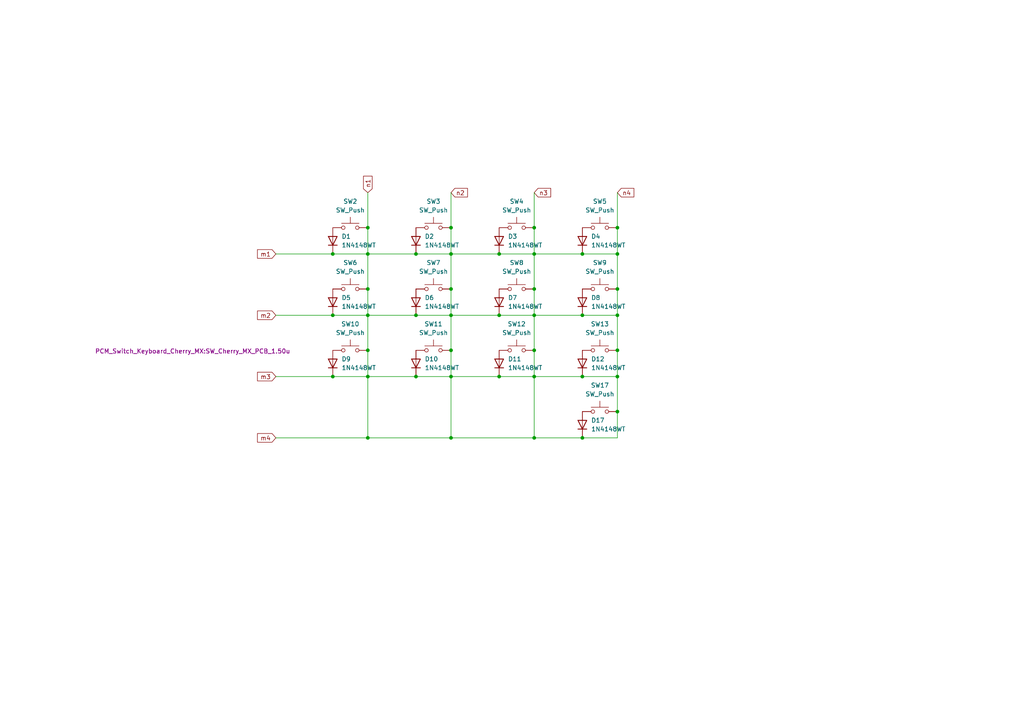
<source format=kicad_sch>
(kicad_sch
	(version 20250114)
	(generator "eeschema")
	(generator_version "9.0")
	(uuid "cc4f64e2-9575-435e-8a76-9d09bbe1cfab")
	(paper "A4")
	(lib_symbols
		(symbol "Diode:1N4148WT"
			(pin_numbers
				(hide yes)
			)
			(pin_names
				(hide yes)
			)
			(exclude_from_sim no)
			(in_bom yes)
			(on_board yes)
			(property "Reference" "D"
				(at 0 2.54 0)
				(effects
					(font
						(size 1.27 1.27)
					)
				)
			)
			(property "Value" "1N4148WT"
				(at 0 -2.54 0)
				(effects
					(font
						(size 1.27 1.27)
					)
				)
			)
			(property "Footprint" "Diode_SMD:D_SOD-523"
				(at 0 -4.445 0)
				(effects
					(font
						(size 1.27 1.27)
					)
					(hide yes)
				)
			)
			(property "Datasheet" "https://www.diodes.com/assets/Datasheets/ds30396.pdf"
				(at 0 0 0)
				(effects
					(font
						(size 1.27 1.27)
					)
					(hide yes)
				)
			)
			(property "Description" "75V 0.15A Fast switching Diode, SOD-523"
				(at 0 0 0)
				(effects
					(font
						(size 1.27 1.27)
					)
					(hide yes)
				)
			)
			(property "Sim.Device" "D"
				(at 0 0 0)
				(effects
					(font
						(size 1.27 1.27)
					)
					(hide yes)
				)
			)
			(property "Sim.Pins" "1=K 2=A"
				(at 0 0 0)
				(effects
					(font
						(size 1.27 1.27)
					)
					(hide yes)
				)
			)
			(property "ki_keywords" "diode"
				(at 0 0 0)
				(effects
					(font
						(size 1.27 1.27)
					)
					(hide yes)
				)
			)
			(property "ki_fp_filters" "D*SOD?523*"
				(at 0 0 0)
				(effects
					(font
						(size 1.27 1.27)
					)
					(hide yes)
				)
			)
			(symbol "1N4148WT_0_1"
				(polyline
					(pts
						(xy -1.27 1.27) (xy -1.27 -1.27)
					)
					(stroke
						(width 0.254)
						(type default)
					)
					(fill
						(type none)
					)
				)
				(polyline
					(pts
						(xy 1.27 1.27) (xy 1.27 -1.27) (xy -1.27 0) (xy 1.27 1.27)
					)
					(stroke
						(width 0.254)
						(type default)
					)
					(fill
						(type none)
					)
				)
				(polyline
					(pts
						(xy 1.27 0) (xy -1.27 0)
					)
					(stroke
						(width 0)
						(type default)
					)
					(fill
						(type none)
					)
				)
			)
			(symbol "1N4148WT_1_1"
				(pin passive line
					(at -3.81 0 0)
					(length 2.54)
					(name "K"
						(effects
							(font
								(size 1.27 1.27)
							)
						)
					)
					(number "1"
						(effects
							(font
								(size 1.27 1.27)
							)
						)
					)
				)
				(pin passive line
					(at 3.81 0 180)
					(length 2.54)
					(name "A"
						(effects
							(font
								(size 1.27 1.27)
							)
						)
					)
					(number "2"
						(effects
							(font
								(size 1.27 1.27)
							)
						)
					)
				)
			)
			(embedded_fonts no)
		)
		(symbol "Switch:SW_Push"
			(pin_numbers
				(hide yes)
			)
			(pin_names
				(offset 1.016)
				(hide yes)
			)
			(exclude_from_sim no)
			(in_bom yes)
			(on_board yes)
			(property "Reference" "SW"
				(at 1.27 2.54 0)
				(effects
					(font
						(size 1.27 1.27)
					)
					(justify left)
				)
			)
			(property "Value" "SW_Push"
				(at 0 -1.524 0)
				(effects
					(font
						(size 1.27 1.27)
					)
				)
			)
			(property "Footprint" ""
				(at 0 5.08 0)
				(effects
					(font
						(size 1.27 1.27)
					)
					(hide yes)
				)
			)
			(property "Datasheet" "~"
				(at 0 5.08 0)
				(effects
					(font
						(size 1.27 1.27)
					)
					(hide yes)
				)
			)
			(property "Description" "Push button switch, generic, two pins"
				(at 0 0 0)
				(effects
					(font
						(size 1.27 1.27)
					)
					(hide yes)
				)
			)
			(property "ki_keywords" "switch normally-open pushbutton push-button"
				(at 0 0 0)
				(effects
					(font
						(size 1.27 1.27)
					)
					(hide yes)
				)
			)
			(symbol "SW_Push_0_1"
				(circle
					(center -2.032 0)
					(radius 0.508)
					(stroke
						(width 0)
						(type default)
					)
					(fill
						(type none)
					)
				)
				(polyline
					(pts
						(xy 0 1.27) (xy 0 3.048)
					)
					(stroke
						(width 0)
						(type default)
					)
					(fill
						(type none)
					)
				)
				(circle
					(center 2.032 0)
					(radius 0.508)
					(stroke
						(width 0)
						(type default)
					)
					(fill
						(type none)
					)
				)
				(polyline
					(pts
						(xy 2.54 1.27) (xy -2.54 1.27)
					)
					(stroke
						(width 0)
						(type default)
					)
					(fill
						(type none)
					)
				)
				(pin passive line
					(at -5.08 0 0)
					(length 2.54)
					(name "1"
						(effects
							(font
								(size 1.27 1.27)
							)
						)
					)
					(number "1"
						(effects
							(font
								(size 1.27 1.27)
							)
						)
					)
				)
				(pin passive line
					(at 5.08 0 180)
					(length 2.54)
					(name "2"
						(effects
							(font
								(size 1.27 1.27)
							)
						)
					)
					(number "2"
						(effects
							(font
								(size 1.27 1.27)
							)
						)
					)
				)
			)
			(embedded_fonts no)
		)
	)
	(junction
		(at 130.81 127)
		(diameter 0)
		(color 0 0 0 0)
		(uuid "01014317-adf2-413d-8069-eaba31770cbe")
	)
	(junction
		(at 106.68 73.66)
		(diameter 0)
		(color 0 0 0 0)
		(uuid "02dd5121-4d97-4ef9-ae7b-f851f96c5eaf")
	)
	(junction
		(at 120.65 91.44)
		(diameter 0)
		(color 0 0 0 0)
		(uuid "0cc5dc45-bcb1-408e-a04b-bd3d57b4f337")
	)
	(junction
		(at 106.68 109.22)
		(diameter 0)
		(color 0 0 0 0)
		(uuid "1669026a-0f76-429b-b031-08b6846dbde2")
	)
	(junction
		(at 154.94 127)
		(diameter 0)
		(color 0 0 0 0)
		(uuid "1aa7aa00-7784-47e8-96ef-cd4b8638f742")
	)
	(junction
		(at 144.78 73.66)
		(diameter 0)
		(color 0 0 0 0)
		(uuid "279785f4-07aa-45dd-acd4-46a9a9a5aa05")
	)
	(junction
		(at 154.94 83.82)
		(diameter 0)
		(color 0 0 0 0)
		(uuid "2fce36a3-c5d4-4b18-92b9-22fd9a1d46c6")
	)
	(junction
		(at 179.07 73.66)
		(diameter 0)
		(color 0 0 0 0)
		(uuid "351110df-1f48-4f9b-a101-03ecf5601851")
	)
	(junction
		(at 130.81 83.82)
		(diameter 0)
		(color 0 0 0 0)
		(uuid "3d8cd379-58c0-43b1-b207-9baca1f3d34f")
	)
	(junction
		(at 179.07 66.04)
		(diameter 0)
		(color 0 0 0 0)
		(uuid "56be74f4-baab-4b1d-bb78-ec328d33cb6f")
	)
	(junction
		(at 96.52 109.22)
		(diameter 0)
		(color 0 0 0 0)
		(uuid "58f81974-7ae3-4602-8821-f55b1f912727")
	)
	(junction
		(at 168.91 109.22)
		(diameter 0)
		(color 0 0 0 0)
		(uuid "6ae20e6c-de2c-419b-b1c9-68a0c3bac66e")
	)
	(junction
		(at 154.94 91.44)
		(diameter 0)
		(color 0 0 0 0)
		(uuid "6cdba865-a847-44c5-b395-d5cdde560d5a")
	)
	(junction
		(at 130.81 109.22)
		(diameter 0)
		(color 0 0 0 0)
		(uuid "705d966d-2731-4ff6-8f82-4a9922dc01b7")
	)
	(junction
		(at 154.94 73.66)
		(diameter 0)
		(color 0 0 0 0)
		(uuid "725853d9-2685-4529-836c-55781357b80b")
	)
	(junction
		(at 154.94 66.04)
		(diameter 0)
		(color 0 0 0 0)
		(uuid "7e268629-74ce-4fe4-89d0-5283865194f0")
	)
	(junction
		(at 179.07 83.82)
		(diameter 0)
		(color 0 0 0 0)
		(uuid "865d8b77-b06b-49be-bb2e-9d4cfd44c32c")
	)
	(junction
		(at 130.81 73.66)
		(diameter 0)
		(color 0 0 0 0)
		(uuid "8a78205b-74f0-433b-8abb-67b01456fe5a")
	)
	(junction
		(at 120.65 73.66)
		(diameter 0)
		(color 0 0 0 0)
		(uuid "982c9d2d-8219-49a5-914f-afbfc10fa0a5")
	)
	(junction
		(at 144.78 91.44)
		(diameter 0)
		(color 0 0 0 0)
		(uuid "9c1fc2bb-15d9-4e3a-ad85-c91bca117f31")
	)
	(junction
		(at 154.94 109.22)
		(diameter 0)
		(color 0 0 0 0)
		(uuid "a85da873-b6de-469f-9694-2e0338eb053c")
	)
	(junction
		(at 168.91 127)
		(diameter 0)
		(color 0 0 0 0)
		(uuid "a8f10d68-b03c-4138-a138-1f8af79ecd69")
	)
	(junction
		(at 120.65 109.22)
		(diameter 0)
		(color 0 0 0 0)
		(uuid "ac2fc157-c657-4387-9fd3-26fd62c22166")
	)
	(junction
		(at 179.07 91.44)
		(diameter 0)
		(color 0 0 0 0)
		(uuid "ae3f819d-e1db-439b-8489-1357ae0e5a96")
	)
	(junction
		(at 130.81 66.04)
		(diameter 0)
		(color 0 0 0 0)
		(uuid "af1b00b8-a8bb-47df-a413-9aa72bac4116")
	)
	(junction
		(at 179.07 119.38)
		(diameter 0)
		(color 0 0 0 0)
		(uuid "b5393b7b-3774-4b26-85d3-a7dd7d1985db")
	)
	(junction
		(at 96.52 91.44)
		(diameter 0)
		(color 0 0 0 0)
		(uuid "bb034e2a-4baa-405d-9757-84b5be94f763")
	)
	(junction
		(at 168.91 73.66)
		(diameter 0)
		(color 0 0 0 0)
		(uuid "c0bde3ed-bfda-4c24-a1d5-5fe97a07beb6")
	)
	(junction
		(at 144.78 109.22)
		(diameter 0)
		(color 0 0 0 0)
		(uuid "c47d1f2a-3563-498e-ba3a-1f18715aa4a9")
	)
	(junction
		(at 106.68 91.44)
		(diameter 0)
		(color 0 0 0 0)
		(uuid "d20227d6-5143-4555-a708-1981d4deb101")
	)
	(junction
		(at 130.81 91.44)
		(diameter 0)
		(color 0 0 0 0)
		(uuid "d9041030-fc93-4b9d-ac5a-310a5b7f54fe")
	)
	(junction
		(at 179.07 109.22)
		(diameter 0)
		(color 0 0 0 0)
		(uuid "d9af7832-ad9d-4a7a-90e6-b40a7109c6e5")
	)
	(junction
		(at 106.68 66.04)
		(diameter 0)
		(color 0 0 0 0)
		(uuid "df69fda9-7497-4c0e-b2ec-127f1f684804")
	)
	(junction
		(at 106.68 101.6)
		(diameter 0)
		(color 0 0 0 0)
		(uuid "e2500a0c-561d-4f89-adfd-90f035418773")
	)
	(junction
		(at 179.07 101.6)
		(diameter 0)
		(color 0 0 0 0)
		(uuid "e7de9448-03f0-46e2-962d-61507f4bf3e8")
	)
	(junction
		(at 106.68 127)
		(diameter 0)
		(color 0 0 0 0)
		(uuid "ef876c70-c956-49e2-901e-c3219940074f")
	)
	(junction
		(at 96.52 73.66)
		(diameter 0)
		(color 0 0 0 0)
		(uuid "f1b42b0c-41fb-412a-958b-3651e4ef31f9")
	)
	(junction
		(at 130.81 101.6)
		(diameter 0)
		(color 0 0 0 0)
		(uuid "f920f9aa-e7be-4331-b13c-8f0961f4793e")
	)
	(junction
		(at 106.68 83.82)
		(diameter 0)
		(color 0 0 0 0)
		(uuid "faf193ba-8884-4df2-88b6-a00ca361849f")
	)
	(junction
		(at 168.91 91.44)
		(diameter 0)
		(color 0 0 0 0)
		(uuid "fb1308de-8645-4c36-a33f-b394cc8fd861")
	)
	(junction
		(at 154.94 101.6)
		(diameter 0)
		(color 0 0 0 0)
		(uuid "fb707394-a7db-450a-af6e-597c52f3d753")
	)
	(wire
		(pts
			(xy 96.52 73.66) (xy 106.68 73.66)
		)
		(stroke
			(width 0)
			(type default)
		)
		(uuid "01ab49b8-415c-4ade-91f1-0f15aa2e024a")
	)
	(wire
		(pts
			(xy 154.94 127) (xy 168.91 127)
		)
		(stroke
			(width 0)
			(type default)
		)
		(uuid "01ab9398-c25d-4523-8873-8e5cde059db2")
	)
	(wire
		(pts
			(xy 130.81 73.66) (xy 130.81 83.82)
		)
		(stroke
			(width 0)
			(type default)
		)
		(uuid "047eac0e-daa2-4cb9-92df-3ac1d6685c4b")
	)
	(wire
		(pts
			(xy 179.07 83.82) (xy 179.07 91.44)
		)
		(stroke
			(width 0)
			(type default)
		)
		(uuid "0614937a-3ea9-4b44-bd35-6050960dcc31")
	)
	(wire
		(pts
			(xy 106.68 83.82) (xy 106.68 91.44)
		)
		(stroke
			(width 0)
			(type default)
		)
		(uuid "0751a922-42e8-4338-b484-3e2351d86ecb")
	)
	(wire
		(pts
			(xy 144.78 73.66) (xy 154.94 73.66)
		)
		(stroke
			(width 0)
			(type default)
		)
		(uuid "0ea7afb9-3a5c-4001-9a9c-aae785947038")
	)
	(wire
		(pts
			(xy 130.81 55.88) (xy 130.81 66.04)
		)
		(stroke
			(width 0)
			(type default)
		)
		(uuid "10880f93-57e2-4912-852b-49aa1fa18431")
	)
	(wire
		(pts
			(xy 130.81 109.22) (xy 130.81 127)
		)
		(stroke
			(width 0)
			(type default)
		)
		(uuid "1d40dc66-563f-4327-9f86-4dab8c210fc8")
	)
	(wire
		(pts
			(xy 130.81 127) (xy 154.94 127)
		)
		(stroke
			(width 0)
			(type default)
		)
		(uuid "2aa43138-5228-4765-9cbc-1f5feaddd9d6")
	)
	(wire
		(pts
			(xy 106.68 127) (xy 130.81 127)
		)
		(stroke
			(width 0)
			(type default)
		)
		(uuid "31918c35-ce3e-46df-b55b-3412e1c84214")
	)
	(wire
		(pts
			(xy 130.81 66.04) (xy 130.81 73.66)
		)
		(stroke
			(width 0)
			(type default)
		)
		(uuid "354fad64-e301-4d4d-b933-1c3ac639e2d0")
	)
	(wire
		(pts
			(xy 80.01 91.44) (xy 96.52 91.44)
		)
		(stroke
			(width 0)
			(type default)
		)
		(uuid "379eec6e-a15b-40c1-a94f-b41f97aae832")
	)
	(wire
		(pts
			(xy 179.07 66.04) (xy 179.07 73.66)
		)
		(stroke
			(width 0)
			(type default)
		)
		(uuid "3a45703a-26bd-400c-958f-8425371f35f4")
	)
	(wire
		(pts
			(xy 154.94 109.22) (xy 154.94 127)
		)
		(stroke
			(width 0)
			(type default)
		)
		(uuid "3c240fcc-6458-4b52-843c-aa96a880142a")
	)
	(wire
		(pts
			(xy 168.91 91.44) (xy 179.07 91.44)
		)
		(stroke
			(width 0)
			(type default)
		)
		(uuid "3dddbc92-117f-4fe0-8842-29259b8bfc87")
	)
	(wire
		(pts
			(xy 80.01 109.22) (xy 96.52 109.22)
		)
		(stroke
			(width 0)
			(type default)
		)
		(uuid "4e22562f-34da-4f27-a504-d186ff70d844")
	)
	(wire
		(pts
			(xy 179.07 73.66) (xy 179.07 83.82)
		)
		(stroke
			(width 0)
			(type default)
		)
		(uuid "4e7bd64d-f63d-44a4-9abe-732a01648a7c")
	)
	(wire
		(pts
			(xy 106.68 101.6) (xy 106.68 109.22)
		)
		(stroke
			(width 0)
			(type default)
		)
		(uuid "50cae2c4-cc73-4f7e-b502-ad55be379033")
	)
	(wire
		(pts
			(xy 80.01 127) (xy 106.68 127)
		)
		(stroke
			(width 0)
			(type default)
		)
		(uuid "5333f129-9b38-4faa-88ec-8e165a70d18e")
	)
	(wire
		(pts
			(xy 96.52 91.44) (xy 106.68 91.44)
		)
		(stroke
			(width 0)
			(type default)
		)
		(uuid "65cc8d66-d5b5-4f75-a8eb-89e894c863fb")
	)
	(wire
		(pts
			(xy 179.07 119.38) (xy 179.07 127)
		)
		(stroke
			(width 0)
			(type default)
		)
		(uuid "65de4b9a-ef7d-4f0c-ac4d-532525381863")
	)
	(wire
		(pts
			(xy 154.94 55.88) (xy 154.94 66.04)
		)
		(stroke
			(width 0)
			(type default)
		)
		(uuid "6d836eda-31a0-48dd-aa61-037feb8a1bbe")
	)
	(wire
		(pts
			(xy 130.81 91.44) (xy 144.78 91.44)
		)
		(stroke
			(width 0)
			(type default)
		)
		(uuid "6f1eea8d-91e1-4155-93fb-933bce1f0718")
	)
	(wire
		(pts
			(xy 168.91 127) (xy 179.07 127)
		)
		(stroke
			(width 0)
			(type default)
		)
		(uuid "71618d7c-cf79-4ecd-b8f7-d5394a84be0b")
	)
	(wire
		(pts
			(xy 130.81 91.44) (xy 130.81 101.6)
		)
		(stroke
			(width 0)
			(type default)
		)
		(uuid "720ffead-218f-45c5-86aa-da35018ea9fa")
	)
	(wire
		(pts
			(xy 154.94 66.04) (xy 154.94 73.66)
		)
		(stroke
			(width 0)
			(type default)
		)
		(uuid "74956fbe-5c7c-4af7-ac05-a32e2e3908e3")
	)
	(wire
		(pts
			(xy 130.81 109.22) (xy 144.78 109.22)
		)
		(stroke
			(width 0)
			(type default)
		)
		(uuid "76ceeeb9-6334-493a-8d82-5eb55e4079d3")
	)
	(wire
		(pts
			(xy 106.68 91.44) (xy 106.68 101.6)
		)
		(stroke
			(width 0)
			(type default)
		)
		(uuid "7c6f368f-15e3-4626-96d0-5e3ff6211edf")
	)
	(wire
		(pts
			(xy 80.01 73.66) (xy 96.52 73.66)
		)
		(stroke
			(width 0)
			(type default)
		)
		(uuid "7e6a413a-c66a-4809-aacc-a04ee7a4a71a")
	)
	(wire
		(pts
			(xy 106.68 73.66) (xy 106.68 83.82)
		)
		(stroke
			(width 0)
			(type default)
		)
		(uuid "80425444-e49f-4c50-9f1e-995f78ee41c1")
	)
	(wire
		(pts
			(xy 130.81 83.82) (xy 130.81 91.44)
		)
		(stroke
			(width 0)
			(type default)
		)
		(uuid "815c5772-5250-459a-96ba-4cb41f8fabd9")
	)
	(wire
		(pts
			(xy 154.94 73.66) (xy 168.91 73.66)
		)
		(stroke
			(width 0)
			(type default)
		)
		(uuid "83a24087-2273-42ca-807f-711cf27118d1")
	)
	(wire
		(pts
			(xy 120.65 109.22) (xy 130.81 109.22)
		)
		(stroke
			(width 0)
			(type default)
		)
		(uuid "842a2a55-3458-44db-b4b7-cec6d0a1de38")
	)
	(wire
		(pts
			(xy 168.91 73.66) (xy 179.07 73.66)
		)
		(stroke
			(width 0)
			(type default)
		)
		(uuid "8f40a5bd-aaae-48af-a06e-b0b074b2db59")
	)
	(wire
		(pts
			(xy 106.68 73.66) (xy 120.65 73.66)
		)
		(stroke
			(width 0)
			(type default)
		)
		(uuid "91f5129f-361a-4fb1-a321-37c098c4c9c3")
	)
	(wire
		(pts
			(xy 154.94 101.6) (xy 154.94 109.22)
		)
		(stroke
			(width 0)
			(type default)
		)
		(uuid "98dbcc80-7a96-45a5-bc3a-3e33b0decc0c")
	)
	(wire
		(pts
			(xy 106.68 55.88) (xy 106.68 66.04)
		)
		(stroke
			(width 0)
			(type default)
		)
		(uuid "9dc3d580-8bb9-44ab-8a40-d5c650c6d11b")
	)
	(wire
		(pts
			(xy 106.68 109.22) (xy 120.65 109.22)
		)
		(stroke
			(width 0)
			(type default)
		)
		(uuid "9f2f36b0-a822-4adb-b6d0-ccdfd2ab751c")
	)
	(wire
		(pts
			(xy 120.65 73.66) (xy 130.81 73.66)
		)
		(stroke
			(width 0)
			(type default)
		)
		(uuid "ac20b6a4-a9b4-456e-ab96-cb82a9705165")
	)
	(wire
		(pts
			(xy 179.07 109.22) (xy 179.07 119.38)
		)
		(stroke
			(width 0)
			(type default)
		)
		(uuid "aea8afd9-b51f-461f-b1f4-5b431e9adcad")
	)
	(wire
		(pts
			(xy 144.78 91.44) (xy 154.94 91.44)
		)
		(stroke
			(width 0)
			(type default)
		)
		(uuid "b902e031-9518-46c4-a1c9-28a6f423e350")
	)
	(wire
		(pts
			(xy 130.81 73.66) (xy 144.78 73.66)
		)
		(stroke
			(width 0)
			(type default)
		)
		(uuid "bef9b7ca-05d6-4a96-a707-d45fc6c966ac")
	)
	(wire
		(pts
			(xy 179.07 101.6) (xy 179.07 109.22)
		)
		(stroke
			(width 0)
			(type default)
		)
		(uuid "c78576ec-bd5b-448f-8910-28ea915d5e14")
	)
	(wire
		(pts
			(xy 106.68 91.44) (xy 120.65 91.44)
		)
		(stroke
			(width 0)
			(type default)
		)
		(uuid "c7ffb0a6-7ef5-45b3-959f-15a076d213ca")
	)
	(wire
		(pts
			(xy 154.94 83.82) (xy 154.94 91.44)
		)
		(stroke
			(width 0)
			(type default)
		)
		(uuid "cbbfc4f7-90db-4d48-86f6-c8390b9b330f")
	)
	(wire
		(pts
			(xy 154.94 73.66) (xy 154.94 83.82)
		)
		(stroke
			(width 0)
			(type default)
		)
		(uuid "cd5333ee-96d6-40be-90bf-4c312d93f51d")
	)
	(wire
		(pts
			(xy 179.07 91.44) (xy 179.07 101.6)
		)
		(stroke
			(width 0)
			(type default)
		)
		(uuid "cd69ac82-e435-4b6f-b694-6df42175b16d")
	)
	(wire
		(pts
			(xy 154.94 109.22) (xy 168.91 109.22)
		)
		(stroke
			(width 0)
			(type default)
		)
		(uuid "cde33361-87c0-41de-b948-9dc480fe6f9f")
	)
	(wire
		(pts
			(xy 179.07 55.88) (xy 179.07 66.04)
		)
		(stroke
			(width 0)
			(type default)
		)
		(uuid "d2403dc5-0c20-4fce-886d-0bde56895802")
	)
	(wire
		(pts
			(xy 106.68 109.22) (xy 106.68 127)
		)
		(stroke
			(width 0)
			(type default)
		)
		(uuid "d74cf855-87e9-44bc-8bd6-e694e80972f6")
	)
	(wire
		(pts
			(xy 154.94 91.44) (xy 168.91 91.44)
		)
		(stroke
			(width 0)
			(type default)
		)
		(uuid "d9b8949c-1874-4b2b-a851-daa33ba406e3")
	)
	(wire
		(pts
			(xy 106.68 66.04) (xy 106.68 73.66)
		)
		(stroke
			(width 0)
			(type default)
		)
		(uuid "da07d01b-54bf-41b8-8277-46c86b9cdb69")
	)
	(wire
		(pts
			(xy 96.52 109.22) (xy 106.68 109.22)
		)
		(stroke
			(width 0)
			(type default)
		)
		(uuid "e9e5fc85-0d9c-456f-babb-1f1a6c5f3d50")
	)
	(wire
		(pts
			(xy 168.91 109.22) (xy 179.07 109.22)
		)
		(stroke
			(width 0)
			(type default)
		)
		(uuid "ef15bf6c-6248-4b52-821e-7d1ed73fc939")
	)
	(wire
		(pts
			(xy 120.65 91.44) (xy 130.81 91.44)
		)
		(stroke
			(width 0)
			(type default)
		)
		(uuid "f00d06c8-eb09-49ec-9d62-ef7041338904")
	)
	(wire
		(pts
			(xy 154.94 91.44) (xy 154.94 101.6)
		)
		(stroke
			(width 0)
			(type default)
		)
		(uuid "f8c1607a-9ef5-4e76-a5e2-c3dcc7087e0f")
	)
	(wire
		(pts
			(xy 144.78 109.22) (xy 154.94 109.22)
		)
		(stroke
			(width 0)
			(type default)
		)
		(uuid "fe31b29e-b3a5-4fe3-b608-73609357a282")
	)
	(wire
		(pts
			(xy 130.81 101.6) (xy 130.81 109.22)
		)
		(stroke
			(width 0)
			(type default)
		)
		(uuid "fedbad53-1481-441b-8b8b-0f036bc09300")
	)
	(global_label "n2"
		(shape input)
		(at 130.81 55.88 0)
		(fields_autoplaced yes)
		(effects
			(font
				(size 1.27 1.27)
			)
			(justify left)
		)
		(uuid "03d3c3a6-4285-432e-aa62-75392bbaecd9")
		(property "Intersheetrefs" "${INTERSHEET_REFS}"
			(at 136.1537 55.88 0)
			(effects
				(font
					(size 1.27 1.27)
				)
				(justify left)
				(hide yes)
			)
		)
	)
	(global_label "n4"
		(shape input)
		(at 179.07 55.88 0)
		(fields_autoplaced yes)
		(effects
			(font
				(size 1.27 1.27)
			)
			(justify left)
		)
		(uuid "19e78673-59c9-4332-829e-87851ecfae9d")
		(property "Intersheetrefs" "${INTERSHEET_REFS}"
			(at 184.4137 55.88 0)
			(effects
				(font
					(size 1.27 1.27)
				)
				(justify left)
				(hide yes)
			)
		)
	)
	(global_label "m3"
		(shape input)
		(at 80.01 109.22 180)
		(fields_autoplaced yes)
		(effects
			(font
				(size 1.27 1.27)
			)
			(justify right)
		)
		(uuid "2d90576c-d843-4470-acde-db3554bb5624")
		(property "Intersheetrefs" "${INTERSHEET_REFS}"
			(at 74.122 109.22 0)
			(effects
				(font
					(size 1.27 1.27)
				)
				(justify right)
				(hide yes)
			)
		)
	)
	(global_label "m4"
		(shape input)
		(at 80.01 127 180)
		(fields_autoplaced yes)
		(effects
			(font
				(size 1.27 1.27)
			)
			(justify right)
		)
		(uuid "2d9b1383-669e-447e-8528-f0e6c70a2d3f")
		(property "Intersheetrefs" "${INTERSHEET_REFS}"
			(at 74.122 127 0)
			(effects
				(font
					(size 1.27 1.27)
				)
				(justify right)
				(hide yes)
			)
		)
	)
	(global_label "n3"
		(shape input)
		(at 154.94 55.88 0)
		(fields_autoplaced yes)
		(effects
			(font
				(size 1.27 1.27)
			)
			(justify left)
		)
		(uuid "324dd3b4-fae3-4dc2-b9a9-98ee4eb1d22a")
		(property "Intersheetrefs" "${INTERSHEET_REFS}"
			(at 160.2837 55.88 0)
			(effects
				(font
					(size 1.27 1.27)
				)
				(justify left)
				(hide yes)
			)
		)
	)
	(global_label "n1"
		(shape input)
		(at 106.68 55.88 90)
		(fields_autoplaced yes)
		(effects
			(font
				(size 1.27 1.27)
			)
			(justify left)
		)
		(uuid "b00de33e-3a72-44fb-be8e-0cb57fda750f")
		(property "Intersheetrefs" "${INTERSHEET_REFS}"
			(at 106.68 50.5363 90)
			(effects
				(font
					(size 1.27 1.27)
				)
				(justify left)
				(hide yes)
			)
		)
	)
	(global_label "m2"
		(shape input)
		(at 80.01 91.44 180)
		(fields_autoplaced yes)
		(effects
			(font
				(size 1.27 1.27)
			)
			(justify right)
		)
		(uuid "c88c27dd-f447-4116-aaf0-619cd282a931")
		(property "Intersheetrefs" "${INTERSHEET_REFS}"
			(at 74.122 91.44 0)
			(effects
				(font
					(size 1.27 1.27)
				)
				(justify right)
				(hide yes)
			)
		)
	)
	(global_label "m1"
		(shape input)
		(at 80.01 73.66 180)
		(fields_autoplaced yes)
		(effects
			(font
				(size 1.27 1.27)
			)
			(justify right)
		)
		(uuid "ebb024ee-ca13-4f55-9400-9d70fb4c95f7")
		(property "Intersheetrefs" "${INTERSHEET_REFS}"
			(at 74.122 73.66 0)
			(effects
				(font
					(size 1.27 1.27)
				)
				(justify right)
				(hide yes)
			)
		)
	)
	(symbol
		(lib_id "Switch:SW_Push")
		(at 173.99 83.82 0)
		(unit 1)
		(exclude_from_sim no)
		(in_bom yes)
		(on_board yes)
		(dnp no)
		(fields_autoplaced yes)
		(uuid "02b7b04e-7840-4e1e-b073-16c8cc25ae52")
		(property "Reference" "SW9"
			(at 173.99 76.2 0)
			(effects
				(font
					(size 1.27 1.27)
				)
			)
		)
		(property "Value" "SW_Push"
			(at 173.99 78.74 0)
			(effects
				(font
					(size 1.27 1.27)
				)
			)
		)
		(property "Footprint" "PCM_Switch_Keyboard_Cherry_MX:SW_Cherry_MX_PCB_1.00u"
			(at 173.99 78.74 0)
			(effects
				(font
					(size 1.27 1.27)
				)
				(hide yes)
			)
		)
		(property "Datasheet" "~"
			(at 173.99 78.74 0)
			(effects
				(font
					(size 1.27 1.27)
				)
				(hide yes)
			)
		)
		(property "Description" "Push button switch, generic, two pins"
			(at 173.99 83.82 0)
			(effects
				(font
					(size 1.27 1.27)
				)
				(hide yes)
			)
		)
		(pin "2"
			(uuid "8f4f19bd-873a-487a-ab9f-47bcbeec7290")
		)
		(pin "1"
			(uuid "4d4dac8c-c0ce-40fd-a41a-8a9c46b18189")
		)
		(instances
			(project "gkeyboard"
				(path "/1b68a88d-1fe3-44bc-8953-15d6d5ec5bd4/5abaac87-bbd8-4703-bc1a-f952d35b8b78"
					(reference "SW9")
					(unit 1)
				)
			)
		)
	)
	(symbol
		(lib_id "Switch:SW_Push")
		(at 173.99 119.38 0)
		(unit 1)
		(exclude_from_sim no)
		(in_bom yes)
		(on_board yes)
		(dnp no)
		(fields_autoplaced yes)
		(uuid "02fa08c4-f980-40d0-8311-e9343fa32b46")
		(property "Reference" "SW17"
			(at 173.99 111.76 0)
			(effects
				(font
					(size 1.27 1.27)
				)
			)
		)
		(property "Value" "SW_Push"
			(at 173.99 114.3 0)
			(effects
				(font
					(size 1.27 1.27)
				)
			)
		)
		(property "Footprint" "PCM_Switch_Keyboard_Cherry_MX:SW_Cherry_MX_PCB_2.00u"
			(at 173.99 114.3 0)
			(effects
				(font
					(size 1.27 1.27)
				)
				(hide yes)
			)
		)
		(property "Datasheet" "~"
			(at 173.99 114.3 0)
			(effects
				(font
					(size 1.27 1.27)
				)
				(hide yes)
			)
		)
		(property "Description" "Push button switch, generic, two pins"
			(at 173.99 119.38 0)
			(effects
				(font
					(size 1.27 1.27)
				)
				(hide yes)
			)
		)
		(pin "2"
			(uuid "2535b9eb-6033-4dac-9166-fbcc24939ed6")
		)
		(pin "1"
			(uuid "7ff5d975-7911-46e2-9a37-60050988d6ac")
		)
		(instances
			(project "gkeyboard"
				(path "/1b68a88d-1fe3-44bc-8953-15d6d5ec5bd4/5abaac87-bbd8-4703-bc1a-f952d35b8b78"
					(reference "SW17")
					(unit 1)
				)
			)
		)
	)
	(symbol
		(lib_id "Switch:SW_Push")
		(at 101.6 83.82 0)
		(unit 1)
		(exclude_from_sim no)
		(in_bom yes)
		(on_board yes)
		(dnp no)
		(fields_autoplaced yes)
		(uuid "0c19612a-2e7e-4c42-82f5-cd41d2d112c3")
		(property "Reference" "SW6"
			(at 101.6 76.2 0)
			(effects
				(font
					(size 1.27 1.27)
				)
			)
		)
		(property "Value" "SW_Push"
			(at 101.6 78.74 0)
			(effects
				(font
					(size 1.27 1.27)
				)
			)
		)
		(property "Footprint" "PCM_Switch_Keyboard_Cherry_MX:SW_Cherry_MX_PCB_1.00u"
			(at 101.6 78.74 0)
			(effects
				(font
					(size 1.27 1.27)
				)
				(hide yes)
			)
		)
		(property "Datasheet" "~"
			(at 101.6 78.74 0)
			(effects
				(font
					(size 1.27 1.27)
				)
				(hide yes)
			)
		)
		(property "Description" "Push button switch, generic, two pins"
			(at 101.6 83.82 0)
			(effects
				(font
					(size 1.27 1.27)
				)
				(hide yes)
			)
		)
		(pin "2"
			(uuid "5823c5e2-e5c3-4e7f-a86d-ba2bf995c71a")
		)
		(pin "1"
			(uuid "8816ec24-534e-4b90-b095-86e89e9b26cd")
		)
		(instances
			(project "gkeyboard"
				(path "/1b68a88d-1fe3-44bc-8953-15d6d5ec5bd4/5abaac87-bbd8-4703-bc1a-f952d35b8b78"
					(reference "SW6")
					(unit 1)
				)
			)
		)
	)
	(symbol
		(lib_id "Diode:1N4148WT")
		(at 96.52 69.85 90)
		(unit 1)
		(exclude_from_sim no)
		(in_bom yes)
		(on_board yes)
		(dnp no)
		(fields_autoplaced yes)
		(uuid "164fd092-f4f0-4516-8dc8-f975e8bf85dd")
		(property "Reference" "D1"
			(at 99.06 68.5799 90)
			(effects
				(font
					(size 1.27 1.27)
				)
				(justify right)
			)
		)
		(property "Value" "1N4148WT"
			(at 99.06 71.1199 90)
			(effects
				(font
					(size 1.27 1.27)
				)
				(justify right)
			)
		)
		(property "Footprint" "Diode_SMD:D_1206_3216Metric_Pad1.42x1.75mm_HandSolder"
			(at 100.965 69.85 0)
			(effects
				(font
					(size 1.27 1.27)
				)
				(hide yes)
			)
		)
		(property "Datasheet" "https://www.diodes.com/assets/Datasheets/ds30396.pdf"
			(at 96.52 69.85 0)
			(effects
				(font
					(size 1.27 1.27)
				)
				(hide yes)
			)
		)
		(property "Description" "75V 0.15A Fast switching Diode, SOD-523"
			(at 96.52 69.85 0)
			(effects
				(font
					(size 1.27 1.27)
				)
				(hide yes)
			)
		)
		(property "Sim.Device" "D"
			(at 96.52 69.85 0)
			(effects
				(font
					(size 1.27 1.27)
				)
				(hide yes)
			)
		)
		(property "Sim.Pins" "1=K 2=A"
			(at 96.52 69.85 0)
			(effects
				(font
					(size 1.27 1.27)
				)
				(hide yes)
			)
		)
		(pin "2"
			(uuid "891a2862-585b-4a81-9f3c-35d6e09f1e29")
		)
		(pin "1"
			(uuid "fbb447c9-0795-4131-97b8-f9258ead5d6e")
		)
		(instances
			(project "gkeyboard"
				(path "/1b68a88d-1fe3-44bc-8953-15d6d5ec5bd4/5abaac87-bbd8-4703-bc1a-f952d35b8b78"
					(reference "D1")
					(unit 1)
				)
			)
		)
	)
	(symbol
		(lib_id "Switch:SW_Push")
		(at 101.6 66.04 0)
		(unit 1)
		(exclude_from_sim no)
		(in_bom yes)
		(on_board yes)
		(dnp no)
		(fields_autoplaced yes)
		(uuid "1df89d7f-95e3-4cd8-a856-310f4a07eeea")
		(property "Reference" "SW2"
			(at 101.6 58.42 0)
			(effects
				(font
					(size 1.27 1.27)
				)
			)
		)
		(property "Value" "SW_Push"
			(at 101.6 60.96 0)
			(effects
				(font
					(size 1.27 1.27)
				)
			)
		)
		(property "Footprint" "PCM_Switch_Keyboard_Cherry_MX:SW_Cherry_MX_PCB_1.00u"
			(at 101.6 60.96 0)
			(effects
				(font
					(size 1.27 1.27)
				)
				(hide yes)
			)
		)
		(property "Datasheet" "~"
			(at 101.6 60.96 0)
			(effects
				(font
					(size 1.27 1.27)
				)
				(hide yes)
			)
		)
		(property "Description" "Push button switch, generic, two pins"
			(at 101.6 66.04 0)
			(effects
				(font
					(size 1.27 1.27)
				)
				(hide yes)
			)
		)
		(pin "2"
			(uuid "6ff32c24-b09c-421f-9532-62d9af4fba4a")
		)
		(pin "1"
			(uuid "c5e748cb-86bf-4f27-8223-5e278f91df2b")
		)
		(instances
			(project "gkeyboard"
				(path "/1b68a88d-1fe3-44bc-8953-15d6d5ec5bd4/5abaac87-bbd8-4703-bc1a-f952d35b8b78"
					(reference "SW2")
					(unit 1)
				)
			)
		)
	)
	(symbol
		(lib_id "Diode:1N4148WT")
		(at 120.65 105.41 90)
		(unit 1)
		(exclude_from_sim no)
		(in_bom yes)
		(on_board yes)
		(dnp no)
		(fields_autoplaced yes)
		(uuid "25b64511-8df7-42ff-b6d1-230a079d1cdf")
		(property "Reference" "D10"
			(at 123.19 104.1399 90)
			(effects
				(font
					(size 1.27 1.27)
				)
				(justify right)
			)
		)
		(property "Value" "1N4148WT"
			(at 123.19 106.6799 90)
			(effects
				(font
					(size 1.27 1.27)
				)
				(justify right)
			)
		)
		(property "Footprint" "Diode_SMD:D_1206_3216Metric_Pad1.42x1.75mm_HandSolder"
			(at 125.095 105.41 0)
			(effects
				(font
					(size 1.27 1.27)
				)
				(hide yes)
			)
		)
		(property "Datasheet" "https://www.diodes.com/assets/Datasheets/ds30396.pdf"
			(at 120.65 105.41 0)
			(effects
				(font
					(size 1.27 1.27)
				)
				(hide yes)
			)
		)
		(property "Description" "75V 0.15A Fast switching Diode, SOD-523"
			(at 120.65 105.41 0)
			(effects
				(font
					(size 1.27 1.27)
				)
				(hide yes)
			)
		)
		(property "Sim.Device" "D"
			(at 120.65 105.41 0)
			(effects
				(font
					(size 1.27 1.27)
				)
				(hide yes)
			)
		)
		(property "Sim.Pins" "1=K 2=A"
			(at 120.65 105.41 0)
			(effects
				(font
					(size 1.27 1.27)
				)
				(hide yes)
			)
		)
		(pin "2"
			(uuid "74219506-3983-434c-a658-a149c7cfd278")
		)
		(pin "1"
			(uuid "3f9c904c-b4d1-4f8e-a551-56b27a02f4df")
		)
		(instances
			(project "gkeyboard"
				(path "/1b68a88d-1fe3-44bc-8953-15d6d5ec5bd4/5abaac87-bbd8-4703-bc1a-f952d35b8b78"
					(reference "D10")
					(unit 1)
				)
			)
		)
	)
	(symbol
		(lib_id "Diode:1N4148WT")
		(at 120.65 69.85 90)
		(unit 1)
		(exclude_from_sim no)
		(in_bom yes)
		(on_board yes)
		(dnp no)
		(fields_autoplaced yes)
		(uuid "2a10d719-659b-4563-ac93-c89ce55c1f80")
		(property "Reference" "D2"
			(at 123.19 68.5799 90)
			(effects
				(font
					(size 1.27 1.27)
				)
				(justify right)
			)
		)
		(property "Value" "1N4148WT"
			(at 123.19 71.1199 90)
			(effects
				(font
					(size 1.27 1.27)
				)
				(justify right)
			)
		)
		(property "Footprint" "Diode_SMD:D_1206_3216Metric_Pad1.42x1.75mm_HandSolder"
			(at 125.095 69.85 0)
			(effects
				(font
					(size 1.27 1.27)
				)
				(hide yes)
			)
		)
		(property "Datasheet" "https://www.diodes.com/assets/Datasheets/ds30396.pdf"
			(at 120.65 69.85 0)
			(effects
				(font
					(size 1.27 1.27)
				)
				(hide yes)
			)
		)
		(property "Description" "75V 0.15A Fast switching Diode, SOD-523"
			(at 120.65 69.85 0)
			(effects
				(font
					(size 1.27 1.27)
				)
				(hide yes)
			)
		)
		(property "Sim.Device" "D"
			(at 120.65 69.85 0)
			(effects
				(font
					(size 1.27 1.27)
				)
				(hide yes)
			)
		)
		(property "Sim.Pins" "1=K 2=A"
			(at 120.65 69.85 0)
			(effects
				(font
					(size 1.27 1.27)
				)
				(hide yes)
			)
		)
		(pin "2"
			(uuid "cd324614-6145-4273-9def-94b79a837929")
		)
		(pin "1"
			(uuid "30b168f2-7a7e-4cbe-b440-a5e9b1ed193c")
		)
		(instances
			(project "gkeyboard"
				(path "/1b68a88d-1fe3-44bc-8953-15d6d5ec5bd4/5abaac87-bbd8-4703-bc1a-f952d35b8b78"
					(reference "D2")
					(unit 1)
				)
			)
		)
	)
	(symbol
		(lib_id "Diode:1N4148WT")
		(at 168.91 105.41 90)
		(unit 1)
		(exclude_from_sim no)
		(in_bom yes)
		(on_board yes)
		(dnp no)
		(fields_autoplaced yes)
		(uuid "4037c023-4a2e-425c-a40d-3a4fcd36f597")
		(property "Reference" "D12"
			(at 171.45 104.1399 90)
			(effects
				(font
					(size 1.27 1.27)
				)
				(justify right)
			)
		)
		(property "Value" "1N4148WT"
			(at 171.45 106.6799 90)
			(effects
				(font
					(size 1.27 1.27)
				)
				(justify right)
			)
		)
		(property "Footprint" "Diode_SMD:D_1206_3216Metric_Pad1.42x1.75mm_HandSolder"
			(at 173.355 105.41 0)
			(effects
				(font
					(size 1.27 1.27)
				)
				(hide yes)
			)
		)
		(property "Datasheet" "https://www.diodes.com/assets/Datasheets/ds30396.pdf"
			(at 168.91 105.41 0)
			(effects
				(font
					(size 1.27 1.27)
				)
				(hide yes)
			)
		)
		(property "Description" "75V 0.15A Fast switching Diode, SOD-523"
			(at 168.91 105.41 0)
			(effects
				(font
					(size 1.27 1.27)
				)
				(hide yes)
			)
		)
		(property "Sim.Device" "D"
			(at 168.91 105.41 0)
			(effects
				(font
					(size 1.27 1.27)
				)
				(hide yes)
			)
		)
		(property "Sim.Pins" "1=K 2=A"
			(at 168.91 105.41 0)
			(effects
				(font
					(size 1.27 1.27)
				)
				(hide yes)
			)
		)
		(pin "2"
			(uuid "dfde086f-1e00-4958-81e6-276b9f215dcc")
		)
		(pin "1"
			(uuid "489a2390-631a-44a3-9a32-fc87e053ed36")
		)
		(instances
			(project "gkeyboard"
				(path "/1b68a88d-1fe3-44bc-8953-15d6d5ec5bd4/5abaac87-bbd8-4703-bc1a-f952d35b8b78"
					(reference "D12")
					(unit 1)
				)
			)
		)
	)
	(symbol
		(lib_id "Switch:SW_Push")
		(at 149.86 83.82 0)
		(unit 1)
		(exclude_from_sim no)
		(in_bom yes)
		(on_board yes)
		(dnp no)
		(fields_autoplaced yes)
		(uuid "490c3a2c-48af-47df-b6fe-42a5272b3f92")
		(property "Reference" "SW8"
			(at 149.86 76.2 0)
			(effects
				(font
					(size 1.27 1.27)
				)
			)
		)
		(property "Value" "SW_Push"
			(at 149.86 78.74 0)
			(effects
				(font
					(size 1.27 1.27)
				)
			)
		)
		(property "Footprint" "PCM_Switch_Keyboard_Cherry_MX:SW_Cherry_MX_PCB_1.00u"
			(at 149.86 78.74 0)
			(effects
				(font
					(size 1.27 1.27)
				)
				(hide yes)
			)
		)
		(property "Datasheet" "~"
			(at 149.86 78.74 0)
			(effects
				(font
					(size 1.27 1.27)
				)
				(hide yes)
			)
		)
		(property "Description" "Push button switch, generic, two pins"
			(at 149.86 83.82 0)
			(effects
				(font
					(size 1.27 1.27)
				)
				(hide yes)
			)
		)
		(pin "2"
			(uuid "c52063c9-3fb6-4e26-b42f-e5831eb81564")
		)
		(pin "1"
			(uuid "e97519c7-54ec-40d1-b23d-e4aaa1d93fa4")
		)
		(instances
			(project "gkeyboard"
				(path "/1b68a88d-1fe3-44bc-8953-15d6d5ec5bd4/5abaac87-bbd8-4703-bc1a-f952d35b8b78"
					(reference "SW8")
					(unit 1)
				)
			)
		)
	)
	(symbol
		(lib_id "Diode:1N4148WT")
		(at 168.91 123.19 90)
		(unit 1)
		(exclude_from_sim no)
		(in_bom yes)
		(on_board yes)
		(dnp no)
		(fields_autoplaced yes)
		(uuid "58b49a17-9883-4eae-aeb1-0d99450cc353")
		(property "Reference" "D17"
			(at 171.45 121.9199 90)
			(effects
				(font
					(size 1.27 1.27)
				)
				(justify right)
			)
		)
		(property "Value" "1N4148WT"
			(at 171.45 124.4599 90)
			(effects
				(font
					(size 1.27 1.27)
				)
				(justify right)
			)
		)
		(property "Footprint" "Diode_SMD:D_1206_3216Metric_Pad1.42x1.75mm_HandSolder"
			(at 173.355 123.19 0)
			(effects
				(font
					(size 1.27 1.27)
				)
				(hide yes)
			)
		)
		(property "Datasheet" "https://www.diodes.com/assets/Datasheets/ds30396.pdf"
			(at 168.91 123.19 0)
			(effects
				(font
					(size 1.27 1.27)
				)
				(hide yes)
			)
		)
		(property "Description" "75V 0.15A Fast switching Diode, SOD-523"
			(at 168.91 123.19 0)
			(effects
				(font
					(size 1.27 1.27)
				)
				(hide yes)
			)
		)
		(property "Sim.Device" "D"
			(at 168.91 123.19 0)
			(effects
				(font
					(size 1.27 1.27)
				)
				(hide yes)
			)
		)
		(property "Sim.Pins" "1=K 2=A"
			(at 168.91 123.19 0)
			(effects
				(font
					(size 1.27 1.27)
				)
				(hide yes)
			)
		)
		(pin "2"
			(uuid "20312a94-485d-41f5-8850-102767662d23")
		)
		(pin "1"
			(uuid "150cc73b-d9ea-44fb-8329-639ccbdee870")
		)
		(instances
			(project "gkeyboard"
				(path "/1b68a88d-1fe3-44bc-8953-15d6d5ec5bd4/5abaac87-bbd8-4703-bc1a-f952d35b8b78"
					(reference "D17")
					(unit 1)
				)
			)
		)
	)
	(symbol
		(lib_id "Switch:SW_Push")
		(at 173.99 101.6 0)
		(unit 1)
		(exclude_from_sim no)
		(in_bom yes)
		(on_board yes)
		(dnp no)
		(fields_autoplaced yes)
		(uuid "5e503147-ebb7-4f9a-b7fc-126d79fb02e7")
		(property "Reference" "SW13"
			(at 173.99 93.98 0)
			(effects
				(font
					(size 1.27 1.27)
				)
			)
		)
		(property "Value" "SW_Push"
			(at 173.99 96.52 0)
			(effects
				(font
					(size 1.27 1.27)
				)
			)
		)
		(property "Footprint" "PCM_Switch_Keyboard_Cherry_MX:SW_Cherry_MX_PCB_1.00u"
			(at 173.99 96.52 0)
			(effects
				(font
					(size 1.27 1.27)
				)
				(hide yes)
			)
		)
		(property "Datasheet" "~"
			(at 173.99 96.52 0)
			(effects
				(font
					(size 1.27 1.27)
				)
				(hide yes)
			)
		)
		(property "Description" "Push button switch, generic, two pins"
			(at 173.99 101.6 0)
			(effects
				(font
					(size 1.27 1.27)
				)
				(hide yes)
			)
		)
		(pin "2"
			(uuid "e7622849-889c-42d3-b15a-0c524bcc5394")
		)
		(pin "1"
			(uuid "c31383db-a16f-4de8-a243-2b1056bfeb67")
		)
		(instances
			(project "gkeyboard"
				(path "/1b68a88d-1fe3-44bc-8953-15d6d5ec5bd4/5abaac87-bbd8-4703-bc1a-f952d35b8b78"
					(reference "SW13")
					(unit 1)
				)
			)
		)
	)
	(symbol
		(lib_id "Diode:1N4148WT")
		(at 144.78 69.85 90)
		(unit 1)
		(exclude_from_sim no)
		(in_bom yes)
		(on_board yes)
		(dnp no)
		(fields_autoplaced yes)
		(uuid "6881841b-1da8-4a13-b223-cfbe86352414")
		(property "Reference" "D3"
			(at 147.32 68.5799 90)
			(effects
				(font
					(size 1.27 1.27)
				)
				(justify right)
			)
		)
		(property "Value" "1N4148WT"
			(at 147.32 71.1199 90)
			(effects
				(font
					(size 1.27 1.27)
				)
				(justify right)
			)
		)
		(property "Footprint" "Diode_SMD:D_1206_3216Metric_Pad1.42x1.75mm_HandSolder"
			(at 149.225 69.85 0)
			(effects
				(font
					(size 1.27 1.27)
				)
				(hide yes)
			)
		)
		(property "Datasheet" "https://www.diodes.com/assets/Datasheets/ds30396.pdf"
			(at 144.78 69.85 0)
			(effects
				(font
					(size 1.27 1.27)
				)
				(hide yes)
			)
		)
		(property "Description" "75V 0.15A Fast switching Diode, SOD-523"
			(at 144.78 69.85 0)
			(effects
				(font
					(size 1.27 1.27)
				)
				(hide yes)
			)
		)
		(property "Sim.Device" "D"
			(at 144.78 69.85 0)
			(effects
				(font
					(size 1.27 1.27)
				)
				(hide yes)
			)
		)
		(property "Sim.Pins" "1=K 2=A"
			(at 144.78 69.85 0)
			(effects
				(font
					(size 1.27 1.27)
				)
				(hide yes)
			)
		)
		(pin "2"
			(uuid "c6948eaa-051d-4b05-91af-0ea8bb0c5162")
		)
		(pin "1"
			(uuid "93ab79cc-5ea7-4c86-854b-653d7ce7106e")
		)
		(instances
			(project "gkeyboard"
				(path "/1b68a88d-1fe3-44bc-8953-15d6d5ec5bd4/5abaac87-bbd8-4703-bc1a-f952d35b8b78"
					(reference "D3")
					(unit 1)
				)
			)
		)
	)
	(symbol
		(lib_id "Switch:SW_Push")
		(at 125.73 83.82 0)
		(unit 1)
		(exclude_from_sim no)
		(in_bom yes)
		(on_board yes)
		(dnp no)
		(fields_autoplaced yes)
		(uuid "6e181544-397a-4fcc-8684-f622beb7cde3")
		(property "Reference" "SW7"
			(at 125.73 76.2 0)
			(effects
				(font
					(size 1.27 1.27)
				)
			)
		)
		(property "Value" "SW_Push"
			(at 125.73 78.74 0)
			(effects
				(font
					(size 1.27 1.27)
				)
			)
		)
		(property "Footprint" "PCM_Switch_Keyboard_Cherry_MX:SW_Cherry_MX_PCB_1.00u"
			(at 125.73 78.74 0)
			(effects
				(font
					(size 1.27 1.27)
				)
				(hide yes)
			)
		)
		(property "Datasheet" "~"
			(at 125.73 78.74 0)
			(effects
				(font
					(size 1.27 1.27)
				)
				(hide yes)
			)
		)
		(property "Description" "Push button switch, generic, two pins"
			(at 125.73 83.82 0)
			(effects
				(font
					(size 1.27 1.27)
				)
				(hide yes)
			)
		)
		(pin "2"
			(uuid "a58a2c5c-c13d-4ac6-8e06-43182cb5a41d")
		)
		(pin "1"
			(uuid "6a52da6e-786a-4939-bc26-736084fa08c0")
		)
		(instances
			(project "gkeyboard"
				(path "/1b68a88d-1fe3-44bc-8953-15d6d5ec5bd4/5abaac87-bbd8-4703-bc1a-f952d35b8b78"
					(reference "SW7")
					(unit 1)
				)
			)
		)
	)
	(symbol
		(lib_id "Switch:SW_Push")
		(at 125.73 66.04 0)
		(unit 1)
		(exclude_from_sim no)
		(in_bom yes)
		(on_board yes)
		(dnp no)
		(fields_autoplaced yes)
		(uuid "7bbb253f-7197-4db4-8128-1411370682ca")
		(property "Reference" "SW3"
			(at 125.73 58.42 0)
			(effects
				(font
					(size 1.27 1.27)
				)
			)
		)
		(property "Value" "SW_Push"
			(at 125.73 60.96 0)
			(effects
				(font
					(size 1.27 1.27)
				)
			)
		)
		(property "Footprint" "PCM_Switch_Keyboard_Cherry_MX:SW_Cherry_MX_PCB_1.00u"
			(at 125.73 60.96 0)
			(effects
				(font
					(size 1.27 1.27)
				)
				(hide yes)
			)
		)
		(property "Datasheet" "~"
			(at 125.73 60.96 0)
			(effects
				(font
					(size 1.27 1.27)
				)
				(hide yes)
			)
		)
		(property "Description" "Push button switch, generic, two pins"
			(at 125.73 66.04 0)
			(effects
				(font
					(size 1.27 1.27)
				)
				(hide yes)
			)
		)
		(pin "2"
			(uuid "46cc8c87-df96-4344-8029-8c8790bee43d")
		)
		(pin "1"
			(uuid "64122c21-602f-4a09-966e-5c5639c4fd2b")
		)
		(instances
			(project "gkeyboard"
				(path "/1b68a88d-1fe3-44bc-8953-15d6d5ec5bd4/5abaac87-bbd8-4703-bc1a-f952d35b8b78"
					(reference "SW3")
					(unit 1)
				)
			)
		)
	)
	(symbol
		(lib_id "Switch:SW_Push")
		(at 149.86 101.6 0)
		(unit 1)
		(exclude_from_sim no)
		(in_bom yes)
		(on_board yes)
		(dnp no)
		(fields_autoplaced yes)
		(uuid "7ea0963a-ed38-4cfc-9521-3a79b7d1493b")
		(property "Reference" "SW12"
			(at 149.86 93.98 0)
			(effects
				(font
					(size 1.27 1.27)
				)
			)
		)
		(property "Value" "SW_Push"
			(at 149.86 96.52 0)
			(effects
				(font
					(size 1.27 1.27)
				)
			)
		)
		(property "Footprint" "PCM_Switch_Keyboard_Cherry_MX:SW_Cherry_MX_PCB_1.00u"
			(at 149.86 96.52 0)
			(effects
				(font
					(size 1.27 1.27)
				)
				(hide yes)
			)
		)
		(property "Datasheet" "~"
			(at 149.86 96.52 0)
			(effects
				(font
					(size 1.27 1.27)
				)
				(hide yes)
			)
		)
		(property "Description" "Push button switch, generic, two pins"
			(at 149.86 101.6 0)
			(effects
				(font
					(size 1.27 1.27)
				)
				(hide yes)
			)
		)
		(pin "2"
			(uuid "510af141-bccf-41d4-9dcd-2c0a3faaa87b")
		)
		(pin "1"
			(uuid "fb5ae8f8-0e83-468b-bbbe-99ad95e4998a")
		)
		(instances
			(project "gkeyboard"
				(path "/1b68a88d-1fe3-44bc-8953-15d6d5ec5bd4/5abaac87-bbd8-4703-bc1a-f952d35b8b78"
					(reference "SW12")
					(unit 1)
				)
			)
		)
	)
	(symbol
		(lib_id "Switch:SW_Push")
		(at 125.73 101.6 0)
		(unit 1)
		(exclude_from_sim no)
		(in_bom yes)
		(on_board yes)
		(dnp no)
		(fields_autoplaced yes)
		(uuid "822b9d84-f2b6-46fd-a130-e3bb3ac0d49f")
		(property "Reference" "SW11"
			(at 125.73 93.98 0)
			(effects
				(font
					(size 1.27 1.27)
				)
			)
		)
		(property "Value" "SW_Push"
			(at 125.73 96.52 0)
			(effects
				(font
					(size 1.27 1.27)
				)
			)
		)
		(property "Footprint" "PCM_Switch_Keyboard_Cherry_MX:SW_Cherry_MX_PCB_1.00u"
			(at 125.73 96.52 0)
			(effects
				(font
					(size 1.27 1.27)
				)
				(hide yes)
			)
		)
		(property "Datasheet" "~"
			(at 125.73 96.52 0)
			(effects
				(font
					(size 1.27 1.27)
				)
				(hide yes)
			)
		)
		(property "Description" "Push button switch, generic, two pins"
			(at 125.73 101.6 0)
			(effects
				(font
					(size 1.27 1.27)
				)
				(hide yes)
			)
		)
		(pin "2"
			(uuid "2d98f88b-647c-469a-a354-b299eb863f2e")
		)
		(pin "1"
			(uuid "0c555918-b284-41e2-9874-e5c7113b0030")
		)
		(instances
			(project "gkeyboard"
				(path "/1b68a88d-1fe3-44bc-8953-15d6d5ec5bd4/5abaac87-bbd8-4703-bc1a-f952d35b8b78"
					(reference "SW11")
					(unit 1)
				)
			)
		)
	)
	(symbol
		(lib_id "Switch:SW_Push")
		(at 101.6 101.6 0)
		(unit 1)
		(exclude_from_sim no)
		(in_bom yes)
		(on_board yes)
		(dnp no)
		(uuid "854d324d-347f-4002-8393-64940c781493")
		(property "Reference" "SW10"
			(at 101.6 93.98 0)
			(effects
				(font
					(size 1.27 1.27)
				)
			)
		)
		(property "Value" "SW_Push"
			(at 101.6 96.52 0)
			(effects
				(font
					(size 1.27 1.27)
				)
			)
		)
		(property "Footprint" "PCM_Switch_Keyboard_Cherry_MX:SW_Cherry_MX_PCB_1.50u"
			(at 55.88 101.854 0)
			(effects
				(font
					(size 1.27 1.27)
				)
			)
		)
		(property "Datasheet" "~"
			(at 101.6 96.52 0)
			(effects
				(font
					(size 1.27 1.27)
				)
				(hide yes)
			)
		)
		(property "Description" "Push button switch, generic, two pins"
			(at 101.6 101.6 0)
			(effects
				(font
					(size 1.27 1.27)
				)
				(hide yes)
			)
		)
		(pin "2"
			(uuid "8709f342-b2a4-41b5-8b3d-942762cc3276")
		)
		(pin "1"
			(uuid "cf3d81d2-e55d-4a95-9d46-2b76420c7755")
		)
		(instances
			(project "gkeyboard"
				(path "/1b68a88d-1fe3-44bc-8953-15d6d5ec5bd4/5abaac87-bbd8-4703-bc1a-f952d35b8b78"
					(reference "SW10")
					(unit 1)
				)
			)
		)
	)
	(symbol
		(lib_id "Switch:SW_Push")
		(at 173.99 66.04 0)
		(unit 1)
		(exclude_from_sim no)
		(in_bom yes)
		(on_board yes)
		(dnp no)
		(fields_autoplaced yes)
		(uuid "99153967-e263-49f0-9755-81284e322e26")
		(property "Reference" "SW5"
			(at 173.99 58.42 0)
			(effects
				(font
					(size 1.27 1.27)
				)
			)
		)
		(property "Value" "SW_Push"
			(at 173.99 60.96 0)
			(effects
				(font
					(size 1.27 1.27)
				)
			)
		)
		(property "Footprint" "PCM_Switch_Keyboard_Cherry_MX:SW_Cherry_MX_PCB_1.00u"
			(at 173.99 60.96 0)
			(effects
				(font
					(size 1.27 1.27)
				)
				(hide yes)
			)
		)
		(property "Datasheet" "~"
			(at 173.99 60.96 0)
			(effects
				(font
					(size 1.27 1.27)
				)
				(hide yes)
			)
		)
		(property "Description" "Push button switch, generic, two pins"
			(at 173.99 66.04 0)
			(effects
				(font
					(size 1.27 1.27)
				)
				(hide yes)
			)
		)
		(pin "2"
			(uuid "76e750a7-fb88-4b70-8c14-1e6dc02958f6")
		)
		(pin "1"
			(uuid "c2384977-9059-48bc-9476-d3437d2f7ef0")
		)
		(instances
			(project "gkeyboard"
				(path "/1b68a88d-1fe3-44bc-8953-15d6d5ec5bd4/5abaac87-bbd8-4703-bc1a-f952d35b8b78"
					(reference "SW5")
					(unit 1)
				)
			)
		)
	)
	(symbol
		(lib_id "Diode:1N4148WT")
		(at 96.52 87.63 90)
		(unit 1)
		(exclude_from_sim no)
		(in_bom yes)
		(on_board yes)
		(dnp no)
		(fields_autoplaced yes)
		(uuid "9e18f3be-a216-4ce8-8c1e-14bcacc65535")
		(property "Reference" "D5"
			(at 99.06 86.3599 90)
			(effects
				(font
					(size 1.27 1.27)
				)
				(justify right)
			)
		)
		(property "Value" "1N4148WT"
			(at 99.06 88.8999 90)
			(effects
				(font
					(size 1.27 1.27)
				)
				(justify right)
			)
		)
		(property "Footprint" "Diode_SMD:D_1206_3216Metric_Pad1.42x1.75mm_HandSolder"
			(at 100.965 87.63 0)
			(effects
				(font
					(size 1.27 1.27)
				)
				(hide yes)
			)
		)
		(property "Datasheet" "https://www.diodes.com/assets/Datasheets/ds30396.pdf"
			(at 96.52 87.63 0)
			(effects
				(font
					(size 1.27 1.27)
				)
				(hide yes)
			)
		)
		(property "Description" "75V 0.15A Fast switching Diode, SOD-523"
			(at 96.52 87.63 0)
			(effects
				(font
					(size 1.27 1.27)
				)
				(hide yes)
			)
		)
		(property "Sim.Device" "D"
			(at 96.52 87.63 0)
			(effects
				(font
					(size 1.27 1.27)
				)
				(hide yes)
			)
		)
		(property "Sim.Pins" "1=K 2=A"
			(at 96.52 87.63 0)
			(effects
				(font
					(size 1.27 1.27)
				)
				(hide yes)
			)
		)
		(pin "2"
			(uuid "56cbc56b-43e7-4711-955e-45dbc663e0d2")
		)
		(pin "1"
			(uuid "669e2790-58eb-4056-8ea7-4379fa1091d4")
		)
		(instances
			(project "gkeyboard"
				(path "/1b68a88d-1fe3-44bc-8953-15d6d5ec5bd4/5abaac87-bbd8-4703-bc1a-f952d35b8b78"
					(reference "D5")
					(unit 1)
				)
			)
		)
	)
	(symbol
		(lib_id "Switch:SW_Push")
		(at 149.86 66.04 0)
		(unit 1)
		(exclude_from_sim no)
		(in_bom yes)
		(on_board yes)
		(dnp no)
		(fields_autoplaced yes)
		(uuid "a4344b4b-be38-4f42-a783-4d47956a30fd")
		(property "Reference" "SW4"
			(at 149.86 58.42 0)
			(effects
				(font
					(size 1.27 1.27)
				)
			)
		)
		(property "Value" "SW_Push"
			(at 149.86 60.96 0)
			(effects
				(font
					(size 1.27 1.27)
				)
			)
		)
		(property "Footprint" "PCM_Switch_Keyboard_Cherry_MX:SW_Cherry_MX_PCB_1.00u"
			(at 149.86 60.96 0)
			(effects
				(font
					(size 1.27 1.27)
				)
				(hide yes)
			)
		)
		(property "Datasheet" "~"
			(at 149.86 60.96 0)
			(effects
				(font
					(size 1.27 1.27)
				)
				(hide yes)
			)
		)
		(property "Description" "Push button switch, generic, two pins"
			(at 149.86 66.04 0)
			(effects
				(font
					(size 1.27 1.27)
				)
				(hide yes)
			)
		)
		(pin "2"
			(uuid "a494c0d8-9d21-4d73-9d77-13122fa7e24c")
		)
		(pin "1"
			(uuid "f6b53b21-6d91-41de-8446-eb5b944a1656")
		)
		(instances
			(project "gkeyboard"
				(path "/1b68a88d-1fe3-44bc-8953-15d6d5ec5bd4/5abaac87-bbd8-4703-bc1a-f952d35b8b78"
					(reference "SW4")
					(unit 1)
				)
			)
		)
	)
	(symbol
		(lib_id "Diode:1N4148WT")
		(at 144.78 105.41 90)
		(unit 1)
		(exclude_from_sim no)
		(in_bom yes)
		(on_board yes)
		(dnp no)
		(fields_autoplaced yes)
		(uuid "c0bd57e7-5e9b-41c0-871f-9b42d3aa9ff0")
		(property "Reference" "D11"
			(at 147.32 104.1399 90)
			(effects
				(font
					(size 1.27 1.27)
				)
				(justify right)
			)
		)
		(property "Value" "1N4148WT"
			(at 147.32 106.6799 90)
			(effects
				(font
					(size 1.27 1.27)
				)
				(justify right)
			)
		)
		(property "Footprint" "Diode_SMD:D_1206_3216Metric_Pad1.42x1.75mm_HandSolder"
			(at 149.225 105.41 0)
			(effects
				(font
					(size 1.27 1.27)
				)
				(hide yes)
			)
		)
		(property "Datasheet" "https://www.diodes.com/assets/Datasheets/ds30396.pdf"
			(at 144.78 105.41 0)
			(effects
				(font
					(size 1.27 1.27)
				)
				(hide yes)
			)
		)
		(property "Description" "75V 0.15A Fast switching Diode, SOD-523"
			(at 144.78 105.41 0)
			(effects
				(font
					(size 1.27 1.27)
				)
				(hide yes)
			)
		)
		(property "Sim.Device" "D"
			(at 144.78 105.41 0)
			(effects
				(font
					(size 1.27 1.27)
				)
				(hide yes)
			)
		)
		(property "Sim.Pins" "1=K 2=A"
			(at 144.78 105.41 0)
			(effects
				(font
					(size 1.27 1.27)
				)
				(hide yes)
			)
		)
		(pin "2"
			(uuid "02b89b1b-4bc5-42d7-9ad2-44b4816cc1f0")
		)
		(pin "1"
			(uuid "01064bfb-69e5-4748-9b79-7b3ce8542075")
		)
		(instances
			(project "gkeyboard"
				(path "/1b68a88d-1fe3-44bc-8953-15d6d5ec5bd4/5abaac87-bbd8-4703-bc1a-f952d35b8b78"
					(reference "D11")
					(unit 1)
				)
			)
		)
	)
	(symbol
		(lib_id "Diode:1N4148WT")
		(at 168.91 87.63 90)
		(unit 1)
		(exclude_from_sim no)
		(in_bom yes)
		(on_board yes)
		(dnp no)
		(fields_autoplaced yes)
		(uuid "c1c07393-37ef-4556-b568-5f741cc7779f")
		(property "Reference" "D8"
			(at 171.45 86.3599 90)
			(effects
				(font
					(size 1.27 1.27)
				)
				(justify right)
			)
		)
		(property "Value" "1N4148WT"
			(at 171.45 88.8999 90)
			(effects
				(font
					(size 1.27 1.27)
				)
				(justify right)
			)
		)
		(property "Footprint" "Diode_SMD:D_1206_3216Metric_Pad1.42x1.75mm_HandSolder"
			(at 173.355 87.63 0)
			(effects
				(font
					(size 1.27 1.27)
				)
				(hide yes)
			)
		)
		(property "Datasheet" "https://www.diodes.com/assets/Datasheets/ds30396.pdf"
			(at 168.91 87.63 0)
			(effects
				(font
					(size 1.27 1.27)
				)
				(hide yes)
			)
		)
		(property "Description" "75V 0.15A Fast switching Diode, SOD-523"
			(at 168.91 87.63 0)
			(effects
				(font
					(size 1.27 1.27)
				)
				(hide yes)
			)
		)
		(property "Sim.Device" "D"
			(at 168.91 87.63 0)
			(effects
				(font
					(size 1.27 1.27)
				)
				(hide yes)
			)
		)
		(property "Sim.Pins" "1=K 2=A"
			(at 168.91 87.63 0)
			(effects
				(font
					(size 1.27 1.27)
				)
				(hide yes)
			)
		)
		(pin "2"
			(uuid "1d3b803b-c072-4747-bdc9-b9badde9e6ad")
		)
		(pin "1"
			(uuid "6e95ba60-9fe8-4bc1-bd51-b45036b9d25a")
		)
		(instances
			(project "gkeyboard"
				(path "/1b68a88d-1fe3-44bc-8953-15d6d5ec5bd4/5abaac87-bbd8-4703-bc1a-f952d35b8b78"
					(reference "D8")
					(unit 1)
				)
			)
		)
	)
	(symbol
		(lib_id "Diode:1N4148WT")
		(at 120.65 87.63 90)
		(unit 1)
		(exclude_from_sim no)
		(in_bom yes)
		(on_board yes)
		(dnp no)
		(fields_autoplaced yes)
		(uuid "d77b2702-ad51-40dd-941a-a22f7fc1bec2")
		(property "Reference" "D6"
			(at 123.19 86.3599 90)
			(effects
				(font
					(size 1.27 1.27)
				)
				(justify right)
			)
		)
		(property "Value" "1N4148WT"
			(at 123.19 88.8999 90)
			(effects
				(font
					(size 1.27 1.27)
				)
				(justify right)
			)
		)
		(property "Footprint" "Diode_SMD:D_1206_3216Metric_Pad1.42x1.75mm_HandSolder"
			(at 125.095 87.63 0)
			(effects
				(font
					(size 1.27 1.27)
				)
				(hide yes)
			)
		)
		(property "Datasheet" "https://www.diodes.com/assets/Datasheets/ds30396.pdf"
			(at 120.65 87.63 0)
			(effects
				(font
					(size 1.27 1.27)
				)
				(hide yes)
			)
		)
		(property "Description" "75V 0.15A Fast switching Diode, SOD-523"
			(at 120.65 87.63 0)
			(effects
				(font
					(size 1.27 1.27)
				)
				(hide yes)
			)
		)
		(property "Sim.Device" "D"
			(at 120.65 87.63 0)
			(effects
				(font
					(size 1.27 1.27)
				)
				(hide yes)
			)
		)
		(property "Sim.Pins" "1=K 2=A"
			(at 120.65 87.63 0)
			(effects
				(font
					(size 1.27 1.27)
				)
				(hide yes)
			)
		)
		(pin "2"
			(uuid "da80e3a3-a2d4-4135-8aed-3ea27208aac6")
		)
		(pin "1"
			(uuid "400e3e9c-7b57-44a6-b71a-ceb09984ee04")
		)
		(instances
			(project "gkeyboard"
				(path "/1b68a88d-1fe3-44bc-8953-15d6d5ec5bd4/5abaac87-bbd8-4703-bc1a-f952d35b8b78"
					(reference "D6")
					(unit 1)
				)
			)
		)
	)
	(symbol
		(lib_id "Diode:1N4148WT")
		(at 144.78 87.63 90)
		(unit 1)
		(exclude_from_sim no)
		(in_bom yes)
		(on_board yes)
		(dnp no)
		(fields_autoplaced yes)
		(uuid "dcc3d776-3748-4b54-842d-483226191e22")
		(property "Reference" "D7"
			(at 147.32 86.3599 90)
			(effects
				(font
					(size 1.27 1.27)
				)
				(justify right)
			)
		)
		(property "Value" "1N4148WT"
			(at 147.32 88.8999 90)
			(effects
				(font
					(size 1.27 1.27)
				)
				(justify right)
			)
		)
		(property "Footprint" "Diode_SMD:D_1206_3216Metric_Pad1.42x1.75mm_HandSolder"
			(at 149.225 87.63 0)
			(effects
				(font
					(size 1.27 1.27)
				)
				(hide yes)
			)
		)
		(property "Datasheet" "https://www.diodes.com/assets/Datasheets/ds30396.pdf"
			(at 144.78 87.63 0)
			(effects
				(font
					(size 1.27 1.27)
				)
				(hide yes)
			)
		)
		(property "Description" "75V 0.15A Fast switching Diode, SOD-523"
			(at 144.78 87.63 0)
			(effects
				(font
					(size 1.27 1.27)
				)
				(hide yes)
			)
		)
		(property "Sim.Device" "D"
			(at 144.78 87.63 0)
			(effects
				(font
					(size 1.27 1.27)
				)
				(hide yes)
			)
		)
		(property "Sim.Pins" "1=K 2=A"
			(at 144.78 87.63 0)
			(effects
				(font
					(size 1.27 1.27)
				)
				(hide yes)
			)
		)
		(pin "2"
			(uuid "c19ba50b-8587-4eec-8d10-a7461db3de05")
		)
		(pin "1"
			(uuid "ac523bd1-dcd6-486e-b479-71112e23365d")
		)
		(instances
			(project "gkeyboard"
				(path "/1b68a88d-1fe3-44bc-8953-15d6d5ec5bd4/5abaac87-bbd8-4703-bc1a-f952d35b8b78"
					(reference "D7")
					(unit 1)
				)
			)
		)
	)
	(symbol
		(lib_id "Diode:1N4148WT")
		(at 168.91 69.85 90)
		(unit 1)
		(exclude_from_sim no)
		(in_bom yes)
		(on_board yes)
		(dnp no)
		(fields_autoplaced yes)
		(uuid "f0cbe359-21b8-41f2-93bf-2579797fc103")
		(property "Reference" "D4"
			(at 171.45 68.5799 90)
			(effects
				(font
					(size 1.27 1.27)
				)
				(justify right)
			)
		)
		(property "Value" "1N4148WT"
			(at 171.45 71.1199 90)
			(effects
				(font
					(size 1.27 1.27)
				)
				(justify right)
			)
		)
		(property "Footprint" "Diode_SMD:D_1206_3216Metric_Pad1.42x1.75mm_HandSolder"
			(at 173.355 69.85 0)
			(effects
				(font
					(size 1.27 1.27)
				)
				(hide yes)
			)
		)
		(property "Datasheet" "https://www.diodes.com/assets/Datasheets/ds30396.pdf"
			(at 168.91 69.85 0)
			(effects
				(font
					(size 1.27 1.27)
				)
				(hide yes)
			)
		)
		(property "Description" "75V 0.15A Fast switching Diode, SOD-523"
			(at 168.91 69.85 0)
			(effects
				(font
					(size 1.27 1.27)
				)
				(hide yes)
			)
		)
		(property "Sim.Device" "D"
			(at 168.91 69.85 0)
			(effects
				(font
					(size 1.27 1.27)
				)
				(hide yes)
			)
		)
		(property "Sim.Pins" "1=K 2=A"
			(at 168.91 69.85 0)
			(effects
				(font
					(size 1.27 1.27)
				)
				(hide yes)
			)
		)
		(pin "2"
			(uuid "00ce2550-2f3c-4b5a-8fda-faaa15a38b87")
		)
		(pin "1"
			(uuid "98a4c55e-3e09-4423-af56-1e4f04419ee8")
		)
		(instances
			(project "gkeyboard"
				(path "/1b68a88d-1fe3-44bc-8953-15d6d5ec5bd4/5abaac87-bbd8-4703-bc1a-f952d35b8b78"
					(reference "D4")
					(unit 1)
				)
			)
		)
	)
	(symbol
		(lib_id "Diode:1N4148WT")
		(at 96.52 105.41 90)
		(unit 1)
		(exclude_from_sim no)
		(in_bom yes)
		(on_board yes)
		(dnp no)
		(fields_autoplaced yes)
		(uuid "fc6008af-dee2-4bc5-b58a-75a97c4ca123")
		(property "Reference" "D9"
			(at 99.06 104.1399 90)
			(effects
				(font
					(size 1.27 1.27)
				)
				(justify right)
			)
		)
		(property "Value" "1N4148WT"
			(at 99.06 106.6799 90)
			(effects
				(font
					(size 1.27 1.27)
				)
				(justify right)
			)
		)
		(property "Footprint" "Diode_SMD:D_1206_3216Metric_Pad1.42x1.75mm_HandSolder"
			(at 100.965 105.41 0)
			(effects
				(font
					(size 1.27 1.27)
				)
				(hide yes)
			)
		)
		(property "Datasheet" "https://www.diodes.com/assets/Datasheets/ds30396.pdf"
			(at 96.52 105.41 0)
			(effects
				(font
					(size 1.27 1.27)
				)
				(hide yes)
			)
		)
		(property "Description" "75V 0.15A Fast switching Diode, SOD-523"
			(at 96.52 105.41 0)
			(effects
				(font
					(size 1.27 1.27)
				)
				(hide yes)
			)
		)
		(property "Sim.Device" "D"
			(at 96.52 105.41 0)
			(effects
				(font
					(size 1.27 1.27)
				)
				(hide yes)
			)
		)
		(property "Sim.Pins" "1=K 2=A"
			(at 96.52 105.41 0)
			(effects
				(font
					(size 1.27 1.27)
				)
				(hide yes)
			)
		)
		(pin "2"
			(uuid "e0f1d837-a725-4188-a873-4bcf5a5f956b")
		)
		(pin "1"
			(uuid "39cbb85a-9728-443c-9158-09610c1aad62")
		)
		(instances
			(project "gkeyboard"
				(path "/1b68a88d-1fe3-44bc-8953-15d6d5ec5bd4/5abaac87-bbd8-4703-bc1a-f952d35b8b78"
					(reference "D9")
					(unit 1)
				)
			)
		)
	)
)

</source>
